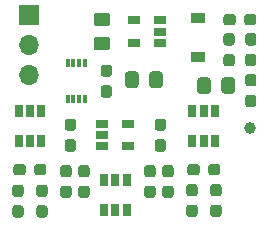
<source format=gts>
G04 #@! TF.GenerationSoftware,KiCad,Pcbnew,(5.1.10)-1*
G04 #@! TF.CreationDate,2021-07-21T20:41:20-04:00*
G04 #@! TF.ProjectId,entropy r2,656e7472-6f70-4792-9072-322e6b696361,rev?*
G04 #@! TF.SameCoordinates,Original*
G04 #@! TF.FileFunction,Soldermask,Top*
G04 #@! TF.FilePolarity,Negative*
%FSLAX46Y46*%
G04 Gerber Fmt 4.6, Leading zero omitted, Abs format (unit mm)*
G04 Created by KiCad (PCBNEW (5.1.10)-1) date 2021-07-21 20:41:20*
%MOMM*%
%LPD*%
G01*
G04 APERTURE LIST*
%ADD10O,1.700000X1.700000*%
%ADD11R,1.700000X1.700000*%
%ADD12R,1.200000X0.900000*%
%ADD13C,1.000000*%
%ADD14R,0.700000X1.000000*%
%ADD15R,1.060000X0.650000*%
%ADD16R,0.300000X0.800000*%
G04 APERTURE END LIST*
D10*
X135600000Y-69215000D03*
X135600000Y-66675000D03*
D11*
X135600000Y-64135000D03*
D12*
X149860000Y-67690000D03*
X149860000Y-64390000D03*
D13*
X154305000Y-73660000D03*
G36*
G01*
X146447500Y-72895000D02*
X146922500Y-72895000D01*
G75*
G02*
X147160000Y-73132500I0J-237500D01*
G01*
X147160000Y-73707500D01*
G75*
G02*
X146922500Y-73945000I-237500J0D01*
G01*
X146447500Y-73945000D01*
G75*
G02*
X146210000Y-73707500I0J237500D01*
G01*
X146210000Y-73132500D01*
G75*
G02*
X146447500Y-72895000I237500J0D01*
G01*
G37*
G36*
G01*
X146447500Y-74645000D02*
X146922500Y-74645000D01*
G75*
G02*
X147160000Y-74882500I0J-237500D01*
G01*
X147160000Y-75457500D01*
G75*
G02*
X146922500Y-75695000I-237500J0D01*
G01*
X146447500Y-75695000D01*
G75*
G02*
X146210000Y-75457500I0J237500D01*
G01*
X146210000Y-74882500D01*
G75*
G02*
X146447500Y-74645000I237500J0D01*
G01*
G37*
G36*
G01*
X134857500Y-81283000D02*
X134382500Y-81283000D01*
G75*
G02*
X134145000Y-81045500I0J237500D01*
G01*
X134145000Y-80470500D01*
G75*
G02*
X134382500Y-80233000I237500J0D01*
G01*
X134857500Y-80233000D01*
G75*
G02*
X135095000Y-80470500I0J-237500D01*
G01*
X135095000Y-81045500D01*
G75*
G02*
X134857500Y-81283000I-237500J0D01*
G01*
G37*
G36*
G01*
X134857500Y-79533000D02*
X134382500Y-79533000D01*
G75*
G02*
X134145000Y-79295500I0J237500D01*
G01*
X134145000Y-78720500D01*
G75*
G02*
X134382500Y-78483000I237500J0D01*
G01*
X134857500Y-78483000D01*
G75*
G02*
X135095000Y-78720500I0J-237500D01*
G01*
X135095000Y-79295500D01*
G75*
G02*
X134857500Y-79533000I-237500J0D01*
G01*
G37*
G36*
G01*
X141875500Y-70073000D02*
X142350500Y-70073000D01*
G75*
G02*
X142588000Y-70310500I0J-237500D01*
G01*
X142588000Y-70885500D01*
G75*
G02*
X142350500Y-71123000I-237500J0D01*
G01*
X141875500Y-71123000D01*
G75*
G02*
X141638000Y-70885500I0J237500D01*
G01*
X141638000Y-70310500D01*
G75*
G02*
X141875500Y-70073000I237500J0D01*
G01*
G37*
G36*
G01*
X141875500Y-68323000D02*
X142350500Y-68323000D01*
G75*
G02*
X142588000Y-68560500I0J-237500D01*
G01*
X142588000Y-69135500D01*
G75*
G02*
X142350500Y-69373000I-237500J0D01*
G01*
X141875500Y-69373000D01*
G75*
G02*
X141638000Y-69135500I0J237500D01*
G01*
X141638000Y-68560500D01*
G75*
G02*
X141875500Y-68323000I237500J0D01*
G01*
G37*
G36*
G01*
X142182001Y-65082000D02*
X141281999Y-65082000D01*
G75*
G02*
X141032000Y-64832001I0J249999D01*
G01*
X141032000Y-64181999D01*
G75*
G02*
X141281999Y-63932000I249999J0D01*
G01*
X142182001Y-63932000D01*
G75*
G02*
X142432000Y-64181999I0J-249999D01*
G01*
X142432000Y-64832001D01*
G75*
G02*
X142182001Y-65082000I-249999J0D01*
G01*
G37*
G36*
G01*
X142182001Y-67132000D02*
X141281999Y-67132000D01*
G75*
G02*
X141032000Y-66882001I0J249999D01*
G01*
X141032000Y-66231999D01*
G75*
G02*
X141281999Y-65982000I249999J0D01*
G01*
X142182001Y-65982000D01*
G75*
G02*
X142432000Y-66231999I0J-249999D01*
G01*
X142432000Y-66882001D01*
G75*
G02*
X142182001Y-67132000I-249999J0D01*
G01*
G37*
G36*
G01*
X151621500Y-79483000D02*
X151146500Y-79483000D01*
G75*
G02*
X150909000Y-79245500I0J237500D01*
G01*
X150909000Y-78670500D01*
G75*
G02*
X151146500Y-78433000I237500J0D01*
G01*
X151621500Y-78433000D01*
G75*
G02*
X151859000Y-78670500I0J-237500D01*
G01*
X151859000Y-79245500D01*
G75*
G02*
X151621500Y-79483000I-237500J0D01*
G01*
G37*
G36*
G01*
X151621500Y-81233000D02*
X151146500Y-81233000D01*
G75*
G02*
X150909000Y-80995500I0J237500D01*
G01*
X150909000Y-80420500D01*
G75*
G02*
X151146500Y-80183000I237500J0D01*
G01*
X151621500Y-80183000D01*
G75*
G02*
X151859000Y-80420500I0J-237500D01*
G01*
X151859000Y-80995500D01*
G75*
G02*
X151621500Y-81233000I-237500J0D01*
G01*
G37*
G36*
G01*
X154577500Y-68460000D02*
X154102500Y-68460000D01*
G75*
G02*
X153865000Y-68222500I0J237500D01*
G01*
X153865000Y-67647500D01*
G75*
G02*
X154102500Y-67410000I237500J0D01*
G01*
X154577500Y-67410000D01*
G75*
G02*
X154815000Y-67647500I0J-237500D01*
G01*
X154815000Y-68222500D01*
G75*
G02*
X154577500Y-68460000I-237500J0D01*
G01*
G37*
G36*
G01*
X154577500Y-66710000D02*
X154102500Y-66710000D01*
G75*
G02*
X153865000Y-66472500I0J237500D01*
G01*
X153865000Y-65897500D01*
G75*
G02*
X154102500Y-65660000I237500J0D01*
G01*
X154577500Y-65660000D01*
G75*
G02*
X154815000Y-65897500I0J-237500D01*
G01*
X154815000Y-66472500D01*
G75*
G02*
X154577500Y-66710000I-237500J0D01*
G01*
G37*
G36*
G01*
X153000000Y-69649999D02*
X153000000Y-70550001D01*
G75*
G02*
X152750001Y-70800000I-249999J0D01*
G01*
X152099999Y-70800000D01*
G75*
G02*
X151850000Y-70550001I0J249999D01*
G01*
X151850000Y-69649999D01*
G75*
G02*
X152099999Y-69400000I249999J0D01*
G01*
X152750001Y-69400000D01*
G75*
G02*
X153000000Y-69649999I0J-249999D01*
G01*
G37*
G36*
G01*
X150950000Y-69649999D02*
X150950000Y-70550001D01*
G75*
G02*
X150700001Y-70800000I-249999J0D01*
G01*
X150049999Y-70800000D01*
G75*
G02*
X149800000Y-70550001I0J249999D01*
G01*
X149800000Y-69649999D01*
G75*
G02*
X150049999Y-69400000I249999J0D01*
G01*
X150700001Y-69400000D01*
G75*
G02*
X150950000Y-69649999I0J-249999D01*
G01*
G37*
G36*
G01*
X143688000Y-70046001D02*
X143688000Y-69145999D01*
G75*
G02*
X143937999Y-68896000I249999J0D01*
G01*
X144588001Y-68896000D01*
G75*
G02*
X144838000Y-69145999I0J-249999D01*
G01*
X144838000Y-70046001D01*
G75*
G02*
X144588001Y-70296000I-249999J0D01*
G01*
X143937999Y-70296000D01*
G75*
G02*
X143688000Y-70046001I0J249999D01*
G01*
G37*
G36*
G01*
X145738000Y-70046001D02*
X145738000Y-69145999D01*
G75*
G02*
X145987999Y-68896000I249999J0D01*
G01*
X146638001Y-68896000D01*
G75*
G02*
X146888000Y-69145999I0J-249999D01*
G01*
X146888000Y-70046001D01*
G75*
G02*
X146638001Y-70296000I-249999J0D01*
G01*
X145987999Y-70296000D01*
G75*
G02*
X145738000Y-70046001I0J249999D01*
G01*
G37*
D14*
X136586000Y-72233000D03*
X135636000Y-72233000D03*
X134686000Y-72233000D03*
X134686000Y-74833000D03*
X136586000Y-74833000D03*
X135636000Y-74833000D03*
X142875000Y-78075000D03*
X141925000Y-78075000D03*
X143825000Y-78075000D03*
X143825000Y-80675000D03*
X142875000Y-80675000D03*
X141925000Y-80675000D03*
X151297201Y-72233000D03*
X150347201Y-72233000D03*
X149397201Y-72233000D03*
X149397201Y-74833000D03*
X151297201Y-74833000D03*
X150347201Y-74833000D03*
G36*
G01*
X135286000Y-76978500D02*
X135286000Y-77453500D01*
G75*
G02*
X135048500Y-77691000I-237500J0D01*
G01*
X134473500Y-77691000D01*
G75*
G02*
X134236000Y-77453500I0J237500D01*
G01*
X134236000Y-76978500D01*
G75*
G02*
X134473500Y-76741000I237500J0D01*
G01*
X135048500Y-76741000D01*
G75*
G02*
X135286000Y-76978500I0J-237500D01*
G01*
G37*
G36*
G01*
X137036000Y-76978500D02*
X137036000Y-77453500D01*
G75*
G02*
X136798500Y-77691000I-237500J0D01*
G01*
X136223500Y-77691000D01*
G75*
G02*
X135986000Y-77453500I0J237500D01*
G01*
X135986000Y-76978500D01*
G75*
G02*
X136223500Y-76741000I237500J0D01*
G01*
X136798500Y-76741000D01*
G75*
G02*
X137036000Y-76978500I0J-237500D01*
G01*
G37*
G36*
G01*
X136414500Y-78483000D02*
X136889500Y-78483000D01*
G75*
G02*
X137127000Y-78720500I0J-237500D01*
G01*
X137127000Y-79295500D01*
G75*
G02*
X136889500Y-79533000I-237500J0D01*
G01*
X136414500Y-79533000D01*
G75*
G02*
X136177000Y-79295500I0J237500D01*
G01*
X136177000Y-78720500D01*
G75*
G02*
X136414500Y-78483000I237500J0D01*
G01*
G37*
G36*
G01*
X136414500Y-80233000D02*
X136889500Y-80233000D01*
G75*
G02*
X137127000Y-80470500I0J-237500D01*
G01*
X137127000Y-81045500D01*
G75*
G02*
X136889500Y-81283000I-237500J0D01*
G01*
X136414500Y-81283000D01*
G75*
G02*
X136177000Y-81045500I0J237500D01*
G01*
X136177000Y-80470500D01*
G75*
G02*
X136414500Y-80233000I237500J0D01*
G01*
G37*
G36*
G01*
X138827500Y-72895000D02*
X139302500Y-72895000D01*
G75*
G02*
X139540000Y-73132500I0J-237500D01*
G01*
X139540000Y-73707500D01*
G75*
G02*
X139302500Y-73945000I-237500J0D01*
G01*
X138827500Y-73945000D01*
G75*
G02*
X138590000Y-73707500I0J237500D01*
G01*
X138590000Y-73132500D01*
G75*
G02*
X138827500Y-72895000I237500J0D01*
G01*
G37*
G36*
G01*
X138827500Y-74645000D02*
X139302500Y-74645000D01*
G75*
G02*
X139540000Y-74882500I0J-237500D01*
G01*
X139540000Y-75457500D01*
G75*
G02*
X139302500Y-75695000I-237500J0D01*
G01*
X138827500Y-75695000D01*
G75*
G02*
X138590000Y-75457500I0J237500D01*
G01*
X138590000Y-74882500D01*
G75*
G02*
X138827500Y-74645000I237500J0D01*
G01*
G37*
G36*
G01*
X138446500Y-78582000D02*
X138921500Y-78582000D01*
G75*
G02*
X139159000Y-78819500I0J-237500D01*
G01*
X139159000Y-79394500D01*
G75*
G02*
X138921500Y-79632000I-237500J0D01*
G01*
X138446500Y-79632000D01*
G75*
G02*
X138209000Y-79394500I0J237500D01*
G01*
X138209000Y-78819500D01*
G75*
G02*
X138446500Y-78582000I237500J0D01*
G01*
G37*
G36*
G01*
X138446500Y-76832000D02*
X138921500Y-76832000D01*
G75*
G02*
X139159000Y-77069500I0J-237500D01*
G01*
X139159000Y-77644500D01*
G75*
G02*
X138921500Y-77882000I-237500J0D01*
G01*
X138446500Y-77882000D01*
G75*
G02*
X138209000Y-77644500I0J237500D01*
G01*
X138209000Y-77069500D01*
G75*
G02*
X138446500Y-76832000I237500J0D01*
G01*
G37*
G36*
G01*
X140445500Y-79632000D02*
X139970500Y-79632000D01*
G75*
G02*
X139733000Y-79394500I0J237500D01*
G01*
X139733000Y-78819500D01*
G75*
G02*
X139970500Y-78582000I237500J0D01*
G01*
X140445500Y-78582000D01*
G75*
G02*
X140683000Y-78819500I0J-237500D01*
G01*
X140683000Y-79394500D01*
G75*
G02*
X140445500Y-79632000I-237500J0D01*
G01*
G37*
G36*
G01*
X140445500Y-77882000D02*
X139970500Y-77882000D01*
G75*
G02*
X139733000Y-77644500I0J237500D01*
G01*
X139733000Y-77069500D01*
G75*
G02*
X139970500Y-76832000I237500J0D01*
G01*
X140445500Y-76832000D01*
G75*
G02*
X140683000Y-77069500I0J-237500D01*
G01*
X140683000Y-77644500D01*
G75*
G02*
X140445500Y-77882000I-237500J0D01*
G01*
G37*
G36*
G01*
X150718000Y-77453500D02*
X150718000Y-76978500D01*
G75*
G02*
X150955500Y-76741000I237500J0D01*
G01*
X151530500Y-76741000D01*
G75*
G02*
X151768000Y-76978500I0J-237500D01*
G01*
X151768000Y-77453500D01*
G75*
G02*
X151530500Y-77691000I-237500J0D01*
G01*
X150955500Y-77691000D01*
G75*
G02*
X150718000Y-77453500I0J237500D01*
G01*
G37*
G36*
G01*
X148968000Y-77453500D02*
X148968000Y-76978500D01*
G75*
G02*
X149205500Y-76741000I237500J0D01*
G01*
X149780500Y-76741000D01*
G75*
G02*
X150018000Y-76978500I0J-237500D01*
G01*
X150018000Y-77453500D01*
G75*
G02*
X149780500Y-77691000I-237500J0D01*
G01*
X149205500Y-77691000D01*
G75*
G02*
X148968000Y-77453500I0J237500D01*
G01*
G37*
G36*
G01*
X149114500Y-80183000D02*
X149589500Y-80183000D01*
G75*
G02*
X149827000Y-80420500I0J-237500D01*
G01*
X149827000Y-80995500D01*
G75*
G02*
X149589500Y-81233000I-237500J0D01*
G01*
X149114500Y-81233000D01*
G75*
G02*
X148877000Y-80995500I0J237500D01*
G01*
X148877000Y-80420500D01*
G75*
G02*
X149114500Y-80183000I237500J0D01*
G01*
G37*
G36*
G01*
X149114500Y-78433000D02*
X149589500Y-78433000D01*
G75*
G02*
X149827000Y-78670500I0J-237500D01*
G01*
X149827000Y-79245500D01*
G75*
G02*
X149589500Y-79483000I-237500J0D01*
G01*
X149114500Y-79483000D01*
G75*
G02*
X148877000Y-79245500I0J237500D01*
G01*
X148877000Y-78670500D01*
G75*
G02*
X149114500Y-78433000I237500J0D01*
G01*
G37*
G36*
G01*
X152737500Y-66720000D02*
X152262500Y-66720000D01*
G75*
G02*
X152025000Y-66482500I0J237500D01*
G01*
X152025000Y-65907500D01*
G75*
G02*
X152262500Y-65670000I237500J0D01*
G01*
X152737500Y-65670000D01*
G75*
G02*
X152975000Y-65907500I0J-237500D01*
G01*
X152975000Y-66482500D01*
G75*
G02*
X152737500Y-66720000I-237500J0D01*
G01*
G37*
G36*
G01*
X152737500Y-68470000D02*
X152262500Y-68470000D01*
G75*
G02*
X152025000Y-68232500I0J237500D01*
G01*
X152025000Y-67657500D01*
G75*
G02*
X152262500Y-67420000I237500J0D01*
G01*
X152737500Y-67420000D01*
G75*
G02*
X152975000Y-67657500I0J-237500D01*
G01*
X152975000Y-68232500D01*
G75*
G02*
X152737500Y-68470000I-237500J0D01*
G01*
G37*
G36*
G01*
X152016000Y-64753500D02*
X152016000Y-64278500D01*
G75*
G02*
X152253500Y-64041000I237500J0D01*
G01*
X152828500Y-64041000D01*
G75*
G02*
X153066000Y-64278500I0J-237500D01*
G01*
X153066000Y-64753500D01*
G75*
G02*
X152828500Y-64991000I-237500J0D01*
G01*
X152253500Y-64991000D01*
G75*
G02*
X152016000Y-64753500I0J237500D01*
G01*
G37*
G36*
G01*
X153766000Y-64753500D02*
X153766000Y-64278500D01*
G75*
G02*
X154003500Y-64041000I237500J0D01*
G01*
X154578500Y-64041000D01*
G75*
G02*
X154816000Y-64278500I0J-237500D01*
G01*
X154816000Y-64753500D01*
G75*
G02*
X154578500Y-64991000I-237500J0D01*
G01*
X154003500Y-64991000D01*
G75*
G02*
X153766000Y-64753500I0J237500D01*
G01*
G37*
G36*
G01*
X154577500Y-71930000D02*
X154102500Y-71930000D01*
G75*
G02*
X153865000Y-71692500I0J237500D01*
G01*
X153865000Y-71117500D01*
G75*
G02*
X154102500Y-70880000I237500J0D01*
G01*
X154577500Y-70880000D01*
G75*
G02*
X154815000Y-71117500I0J-237500D01*
G01*
X154815000Y-71692500D01*
G75*
G02*
X154577500Y-71930000I-237500J0D01*
G01*
G37*
G36*
G01*
X154577500Y-70180000D02*
X154102500Y-70180000D01*
G75*
G02*
X153865000Y-69942500I0J237500D01*
G01*
X153865000Y-69367500D01*
G75*
G02*
X154102500Y-69130000I237500J0D01*
G01*
X154577500Y-69130000D01*
G75*
G02*
X154815000Y-69367500I0J-237500D01*
G01*
X154815000Y-69942500D01*
G75*
G02*
X154577500Y-70180000I-237500J0D01*
G01*
G37*
G36*
G01*
X147082500Y-76832000D02*
X147557500Y-76832000D01*
G75*
G02*
X147795000Y-77069500I0J-237500D01*
G01*
X147795000Y-77644500D01*
G75*
G02*
X147557500Y-77882000I-237500J0D01*
G01*
X147082500Y-77882000D01*
G75*
G02*
X146845000Y-77644500I0J237500D01*
G01*
X146845000Y-77069500D01*
G75*
G02*
X147082500Y-76832000I237500J0D01*
G01*
G37*
G36*
G01*
X147082500Y-78582000D02*
X147557500Y-78582000D01*
G75*
G02*
X147795000Y-78819500I0J-237500D01*
G01*
X147795000Y-79394500D01*
G75*
G02*
X147557500Y-79632000I-237500J0D01*
G01*
X147082500Y-79632000D01*
G75*
G02*
X146845000Y-79394500I0J237500D01*
G01*
X146845000Y-78819500D01*
G75*
G02*
X147082500Y-78582000I237500J0D01*
G01*
G37*
G36*
G01*
X146033500Y-77882000D02*
X145558500Y-77882000D01*
G75*
G02*
X145321000Y-77644500I0J237500D01*
G01*
X145321000Y-77069500D01*
G75*
G02*
X145558500Y-76832000I237500J0D01*
G01*
X146033500Y-76832000D01*
G75*
G02*
X146271000Y-77069500I0J-237500D01*
G01*
X146271000Y-77644500D01*
G75*
G02*
X146033500Y-77882000I-237500J0D01*
G01*
G37*
G36*
G01*
X146033500Y-79632000D02*
X145558500Y-79632000D01*
G75*
G02*
X145321000Y-79394500I0J237500D01*
G01*
X145321000Y-78819500D01*
G75*
G02*
X145558500Y-78582000I237500J0D01*
G01*
X146033500Y-78582000D01*
G75*
G02*
X146271000Y-78819500I0J-237500D01*
G01*
X146271000Y-79394500D01*
G75*
G02*
X146033500Y-79632000I-237500J0D01*
G01*
G37*
D15*
X141775000Y-73345000D03*
X141775000Y-74295000D03*
X141775000Y-75245000D03*
X143975000Y-75245000D03*
X143975000Y-73345000D03*
D16*
X138823000Y-71273000D03*
X139323000Y-71273000D03*
X139823000Y-71273000D03*
X140323000Y-71273000D03*
X140323000Y-68173000D03*
X139823000Y-68173000D03*
X139323000Y-68173000D03*
X138823000Y-68173000D03*
D15*
X144442000Y-66482000D03*
X144442000Y-64582000D03*
X146642000Y-64582000D03*
X146642000Y-65532000D03*
X146642000Y-66482000D03*
M02*

</source>
